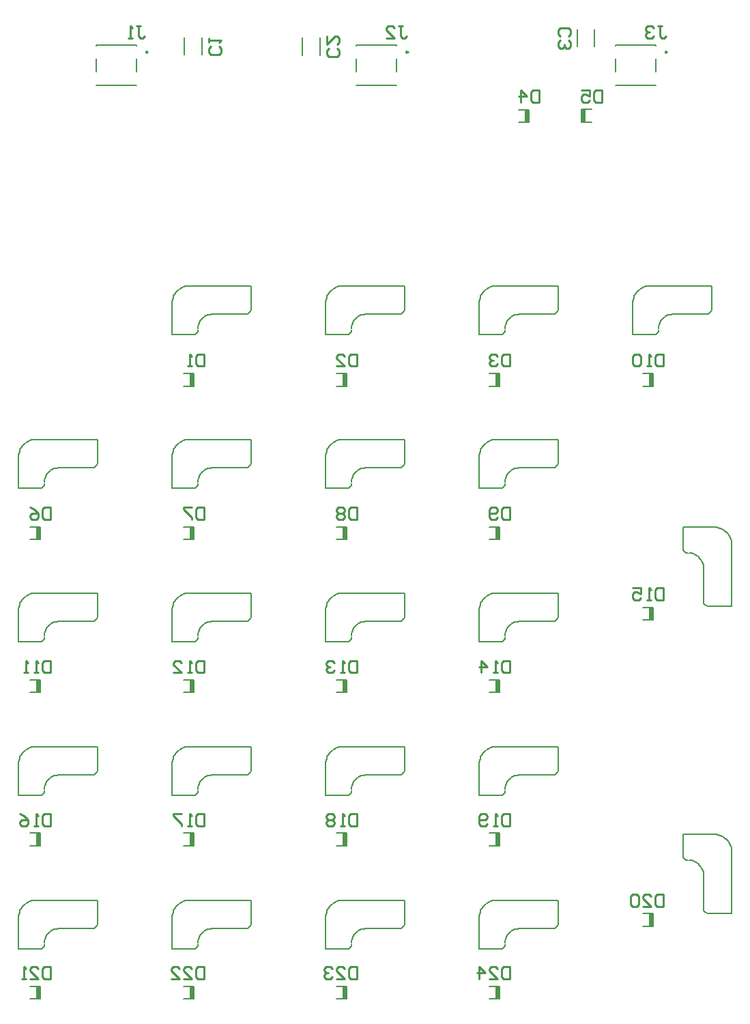
<source format=gbo>
%FSTAX23Y23*%
%MOIN*%
%SFA1B1*%

%IPPOS*%
%ADD10C,0.009840*%
%ADD12C,0.007870*%
%ADD13C,0.010000*%
%ADD51C,0.005910*%
%ADD52R,0.020000X0.062480*%
%LNnumpadpcb-1*%
%LPD*%
G54D10*
X17174Y09513D02*
X17166Y09518D01*
Y09509*
X17174Y09513*
X15903D02*
X15896Y09518D01*
Y09509*
X15903Y09513*
X1844D02*
X18433Y09518D01*
Y09509*
X1844Y09513*
G54D12*
X16745Y09498D02*
Y09584D01*
X1666Y09498D02*
Y09584D01*
X16923Y09417D02*
Y0948D01*
X1712Y09417D02*
Y0948D01*
Y09545D02*
Y09547D01*
X16923Y09545D02*
Y09547D01*
Y0935D02*
Y09352D01*
X1712Y0935D02*
Y09352D01*
X16923Y0935D02*
X1712D01*
X16923Y09547D02*
X1712D01*
X15652Y09417D02*
Y0948D01*
X15849Y09417D02*
Y0948D01*
Y09545D02*
Y09547D01*
X15652Y09545D02*
Y09547D01*
Y0935D02*
Y09352D01*
X15849Y0935D02*
Y09352D01*
X15652Y0935D02*
X15849D01*
X15652Y09547D02*
X15849D01*
X16167Y09499D02*
Y09585D01*
X16082Y09499D02*
Y09585D01*
X18001Y09539D02*
Y09625D01*
X18086Y09539D02*
Y09625D01*
X18189Y09417D02*
Y0948D01*
X18386Y09417D02*
Y0948D01*
Y09545D02*
Y09547D01*
X18189Y09545D02*
Y09547D01*
Y0935D02*
Y09352D01*
X18386Y0935D02*
Y09352D01*
X18189Y0935D02*
X18386D01*
X18189Y09547D02*
X18386D01*
X17623Y0489D02*
Y04951D01*
X17573D02*
X17623D01*
X17573Y0489D02*
X17623D01*
X16825D02*
X16875D01*
X16825Y04951D02*
X16875D01*
Y0489D02*
Y04951D01*
X18321Y07882D02*
X18371D01*
X18321Y07943D02*
X18371D01*
Y07882D02*
Y07943D01*
X15329Y07134D02*
X15379D01*
X15329Y07195D02*
X15379D01*
Y07134D02*
Y07195D01*
X16077Y07882D02*
X16127D01*
X16077Y07943D02*
X16127D01*
Y07882D02*
Y07943D01*
X16077Y0489D02*
X16127D01*
X16077Y04951D02*
X16127D01*
Y0489D02*
Y04951D01*
X15329Y0489D02*
X15379D01*
X15329Y04951D02*
X15379D01*
Y0489D02*
Y04951D01*
X18321Y05245D02*
X18371D01*
X18321Y05306D02*
X18371D01*
Y05245D02*
Y05306D01*
X17573Y05638D02*
X17623D01*
X17573Y05699D02*
X17623D01*
Y05638D02*
Y05699D01*
X16825Y05638D02*
X16875D01*
X16825Y05699D02*
X16875D01*
Y05638D02*
Y05699D01*
X16077Y05638D02*
X16127D01*
X16077Y05699D02*
X16127D01*
Y05638D02*
Y05699D01*
X15329Y05638D02*
X15379D01*
X15329Y05699D02*
X15379D01*
Y05638D02*
Y05699D01*
X18321Y06741D02*
X18371D01*
X18321Y06802D02*
X18371D01*
Y06741D02*
Y06802D01*
X17573Y06386D02*
X17623D01*
X17573Y06447D02*
X17623D01*
Y06386D02*
Y06447D01*
X16825Y06386D02*
X16875D01*
X16825Y06447D02*
X16875D01*
Y06386D02*
Y06447D01*
X16077Y06386D02*
X16127D01*
X16077Y06447D02*
X16127D01*
Y06386D02*
Y06447D01*
X15329Y06386D02*
X15379D01*
X15329Y06447D02*
X15379D01*
Y06386D02*
Y06447D01*
X17573Y07134D02*
X17623D01*
X17573Y07195D02*
X17623D01*
Y07134D02*
Y07195D01*
X16825Y07134D02*
X16875D01*
X16825Y07195D02*
X16875D01*
Y07134D02*
Y07195D01*
X16077Y07134D02*
X16127D01*
X16077Y07195D02*
X16127D01*
Y07134D02*
Y07195D01*
X18021Y09233D02*
X18071D01*
X18021Y09172D02*
X18071D01*
X18021D02*
Y09233D01*
X17714Y09171D02*
X17764D01*
X17714Y09232D02*
X17764D01*
Y09171D02*
Y09232D01*
X17573Y07882D02*
X17623D01*
X17573Y07943D02*
X17623D01*
Y07882D02*
Y07943D01*
X16825Y07882D02*
X16875D01*
X16825Y07943D02*
X16875D01*
Y07882D02*
Y07943D01*
G54D13*
X17917Y09592D02*
X17907Y09602D01*
Y09622*
X17917Y09632*
X17957*
X17967Y09622*
Y09602*
X17957Y09592*
X17917Y09572D02*
X17907Y09562D01*
Y09542*
X17917Y09532*
X17927*
X17937Y09542*
Y09552*
Y09542*
X17947Y09532*
X17957*
X17967Y09542*
Y09562*
X17957Y09572*
X15848Y09642D02*
X15868D01*
X15858*
Y09592*
X15868Y09582*
X15878*
X15888Y09592*
X15828Y09582D02*
X15808D01*
X15818*
Y09642*
X15828Y09632*
X18395Y09642D02*
X18415D01*
X18405*
Y09592*
X18415Y09582*
X18425*
X18435Y09592*
X18375Y09632D02*
X18365Y09642D01*
X18345*
X18335Y09632*
Y09622*
X18345Y09612*
X18355*
X18345*
X18335Y09602*
Y09592*
X18345Y09582*
X18365*
X18375Y09592*
X17129Y09642D02*
X17149D01*
X17139*
Y09592*
X17149Y09582*
X17159*
X17169Y09592*
X17069Y09582D02*
X17109D01*
X17069Y09622*
Y09632*
X17079Y09642*
X17099*
X17109Y09632*
X16251Y09542D02*
X16261Y09532D01*
Y09512*
X16251Y09502*
X16211*
X16201Y09512*
Y09532*
X16211Y09542*
X16201Y09562D02*
Y09582D01*
Y09572*
X16261*
X16251Y09562*
X16829Y09531D02*
X16839Y09521D01*
Y09501*
X16829Y09491*
X16789*
X16779Y09501*
Y09521*
X16789Y09531*
X16779Y09591D02*
Y09551D01*
X16819Y09591*
X16829*
X16839Y09581*
Y09561*
X16829Y09551*
X17673Y05046D02*
Y04987D01*
X17643*
X17633Y04997*
Y05036*
X17643Y05046*
X17673*
X17573Y04987D02*
X17613D01*
X17573Y05026*
Y05036*
X17583Y05046*
X17603*
X17613Y05036*
X17523Y04987D02*
Y05046D01*
X17553Y05016*
X17513*
X16925Y05046D02*
Y04987D01*
X16895*
X16885Y04997*
Y05036*
X16895Y05046*
X16925*
X16825Y04987D02*
X16865D01*
X16825Y05026*
Y05036*
X16835Y05046*
X16855*
X16865Y05036*
X16805D02*
X16795Y05046D01*
X16775*
X16765Y05036*
Y05026*
X16775Y05016*
X16785*
X16775*
X16765Y05006*
Y04997*
X16775Y04987*
X16795*
X16805Y04997*
X18421Y08038D02*
Y07979D01*
X18391*
X18381Y07989*
Y08028*
X18391Y08038*
X18421*
X18361Y07979D02*
X18341D01*
X18351*
Y08038*
X18361Y08028*
X18311D02*
X18301Y08038D01*
X18281*
X18271Y08028*
Y07989*
X18281Y07979*
X18301*
X18311Y07989*
Y08028*
X15429Y0729D02*
Y07231D01*
X15399*
X15389Y07241*
Y0728*
X15399Y0729*
X15429*
X15329D02*
X15349Y0728D01*
X15369Y0726*
Y07241*
X15359Y07231*
X15339*
X15329Y07241*
Y0725*
X15339Y0726*
X15369*
X16177Y08038D02*
Y07979D01*
X16147*
X16137Y07989*
Y08028*
X16147Y08038*
X16177*
X16117Y07979D02*
X16097D01*
X16107*
Y08038*
X16117Y08028*
X16177Y05046D02*
Y04987D01*
X16147*
X16137Y04997*
Y05036*
X16147Y05046*
X16177*
X16077Y04987D02*
X16117D01*
X16077Y05026*
Y05036*
X16087Y05046*
X16107*
X16117Y05036*
X16017Y04987D02*
X16057D01*
X16017Y05026*
Y05036*
X16027Y05046*
X16047*
X16057Y05036*
X15429Y05046D02*
Y04987D01*
X15399*
X15389Y04997*
Y05036*
X15399Y05046*
X15429*
X15329Y04987D02*
X15369D01*
X15329Y05026*
Y05036*
X15339Y05046*
X15359*
X15369Y05036*
X15309Y04987D02*
X15289D01*
X15299*
Y05046*
X15309Y05036*
X18421Y054D02*
Y05341D01*
X18391*
X18381Y05351*
Y0539*
X18391Y054*
X18421*
X18321Y05341D02*
X18361D01*
X18321Y0538*
Y0539*
X18331Y054*
X18351*
X18361Y0539*
X18301D02*
X18291Y054D01*
X18271*
X18261Y0539*
Y05351*
X18271Y05341*
X18291*
X18301Y05351*
Y0539*
X17673Y05794D02*
Y05735D01*
X17643*
X17633Y05745*
Y05784*
X17643Y05794*
X17673*
X17613Y05735D02*
X17593D01*
X17603*
Y05794*
X17613Y05784*
X17563Y05745D02*
X17553Y05735D01*
X17533*
X17523Y05745*
Y05784*
X17533Y05794*
X17553*
X17563Y05784*
Y05774*
X17553Y05764*
X17523*
X16925Y05794D02*
Y05735D01*
X16895*
X16885Y05745*
Y05784*
X16895Y05794*
X16925*
X16865Y05735D02*
X16845D01*
X16855*
Y05794*
X16865Y05784*
X16815D02*
X16805Y05794D01*
X16785*
X16775Y05784*
Y05774*
X16785Y05764*
X16775Y05754*
Y05745*
X16785Y05735*
X16805*
X16815Y05745*
Y05754*
X16805Y05764*
X16815Y05774*
Y05784*
X16805Y05764D02*
X16785D01*
X16177Y05794D02*
Y05735D01*
X16147*
X16137Y05745*
Y05784*
X16147Y05794*
X16177*
X16117Y05735D02*
X16097D01*
X16107*
Y05794*
X16117Y05784*
X16067Y05794D02*
X16027D01*
Y05784*
X16067Y05745*
Y05735*
X15429Y05794D02*
Y05735D01*
X15399*
X15389Y05745*
Y05784*
X15399Y05794*
X15429*
X15369Y05735D02*
X15349D01*
X15359*
Y05794*
X15369Y05784*
X15279Y05794D02*
X15299Y05784D01*
X15319Y05764*
Y05745*
X15309Y05735*
X15289*
X15279Y05745*
Y05754*
X15289Y05764*
X15319*
X18421Y06896D02*
Y06837D01*
X18391*
X18381Y06847*
Y06886*
X18391Y06896*
X18421*
X18361Y06837D02*
X18341D01*
X18351*
Y06896*
X18361Y06886*
X18271Y06896D02*
X18311D01*
Y06866*
X18291Y06876*
X18281*
X18271Y06866*
Y06847*
X18281Y06837*
X18301*
X18311Y06847*
X17673Y06542D02*
Y06483D01*
X17643*
X17633Y06493*
Y06532*
X17643Y06542*
X17673*
X17613Y06483D02*
X17593D01*
X17603*
Y06542*
X17613Y06532*
X17533Y06483D02*
Y06542D01*
X17563Y06512*
X17523*
X16925Y06542D02*
Y06483D01*
X16895*
X16885Y06493*
Y06532*
X16895Y06542*
X16925*
X16865Y06483D02*
X16845D01*
X16855*
Y06542*
X16865Y06532*
X16815D02*
X16805Y06542D01*
X16785*
X16775Y06532*
Y06522*
X16785Y06512*
X16795*
X16785*
X16775Y06502*
Y06493*
X16785Y06483*
X16805*
X16815Y06493*
X16177Y06542D02*
Y06483D01*
X16147*
X16137Y06493*
Y06532*
X16147Y06542*
X16177*
X16117Y06483D02*
X16097D01*
X16107*
Y06542*
X16117Y06532*
X16027Y06483D02*
X16067D01*
X16027Y06522*
Y06532*
X16037Y06542*
X16057*
X16067Y06532*
X15429Y06542D02*
Y06483D01*
X15399*
X15389Y06493*
Y06532*
X15399Y06542*
X15429*
X15369Y06483D02*
X15349D01*
X15359*
Y06542*
X15369Y06532*
X15319Y06483D02*
X15299D01*
X15309*
Y06542*
X15319Y06532*
X17673Y0729D02*
Y07231D01*
X17643*
X17633Y07241*
Y0728*
X17643Y0729*
X17673*
X17613Y07241D02*
X17603Y07231D01*
X17583*
X17573Y07241*
Y0728*
X17583Y0729*
X17603*
X17613Y0728*
Y0727*
X17603Y0726*
X17573*
X16925Y0729D02*
Y07231D01*
X16895*
X16885Y07241*
Y0728*
X16895Y0729*
X16925*
X16865Y0728D02*
X16855Y0729D01*
X16835*
X16825Y0728*
Y0727*
X16835Y0726*
X16825Y0725*
Y07241*
X16835Y07231*
X16855*
X16865Y07241*
Y0725*
X16855Y0726*
X16865Y0727*
Y0728*
X16855Y0726D02*
X16835D01*
X16177Y0729D02*
Y07231D01*
X16147*
X16137Y07241*
Y0728*
X16147Y0729*
X16177*
X16117D02*
X16077D01*
Y0728*
X16117Y07241*
Y07231*
X18121Y09327D02*
Y09268D01*
X18091*
X18081Y09278*
Y09317*
X18091Y09327*
X18121*
X18021D02*
X18061D01*
Y09297*
X18041Y09307*
X18031*
X18021Y09297*
Y09278*
X18031Y09268*
X18051*
X18061Y09278*
X17814Y09326D02*
Y09267D01*
X17784*
X17774Y09277*
Y09316*
X17784Y09326*
X17814*
X17724Y09267D02*
Y09326D01*
X17754Y09296*
X17714*
X17673Y08038D02*
Y07979D01*
X17643*
X17633Y07989*
Y08028*
X17643Y08038*
X17673*
X17613Y08028D02*
X17603Y08038D01*
X17583*
X17573Y08028*
Y08018*
X17583Y08008*
X17593*
X17583*
X17573Y07998*
Y07989*
X17583Y07979*
X17603*
X17613Y07989*
X16925Y08038D02*
Y07979D01*
X16895*
X16885Y07989*
Y08028*
X16895Y08038*
X16925*
X16825Y07979D02*
X16865D01*
X16825Y08018*
Y08028*
X16835Y08038*
X16855*
X16865Y08028*
G54D51*
X1852Y05581D02*
X18524Y05573D01*
X18532Y05568*
X18541Y05567*
X18756Y05606D02*
X18755Y05616D01*
X18754Y05626*
X18751Y05635*
X18747Y05644*
X18743Y05653*
X18737Y0566*
X18731Y05668*
X18723Y05674*
X18715Y0568*
X18707Y05685*
X18698Y05688*
X18689Y05691*
X18679Y05693*
X18669Y05693*
X18618Y05331D02*
X1862Y05322D01*
X18624Y05315*
X18631Y05309*
X1864Y05307*
X18618Y05488D02*
X18618Y05498D01*
X18617Y05508*
X18614Y05517*
X1861Y05526*
X18605Y05535*
X18599Y05542*
X18592Y05549*
X18584Y05555*
X18576Y0556*
X18567Y05564*
X18557Y05566*
X18547Y05567*
X17634Y05135D02*
X17642Y0514D01*
X17647Y05148*
X17648Y05157*
X17608Y05372D02*
X17599Y05371D01*
X17589Y05369*
X1758Y05367*
X17571Y05363*
X17562Y05358*
X17554Y05353*
X17547Y05346*
X17541Y05339*
X17535Y05331*
X1753Y05323*
X17527Y05314*
X17524Y05304*
X17522Y05295*
X17522Y05285*
X17884Y05234D02*
X17893Y05235D01*
X179Y0524*
X17905Y05247*
X17908Y05255*
X17726Y05234D02*
X17717Y05234D01*
X17707Y05232*
X17698Y0523*
X17689Y05226*
X1768Y05221*
X17672Y05215*
X17666Y05208*
X1766Y052*
X17655Y05191*
X17651Y05182*
X17649Y05173*
X17648Y05163*
X16884Y05135D02*
X16892Y0514D01*
X16897Y05148*
X16898Y05157*
X16858Y05372D02*
X16849Y05371D01*
X16839Y05369*
X1683Y05367*
X16821Y05363*
X16812Y05358*
X16804Y05353*
X16797Y05346*
X16791Y05339*
X16785Y05331*
X1678Y05323*
X16777Y05314*
X16774Y05304*
X16772Y05295*
X16772Y05285*
X17134Y05234D02*
X17143Y05235D01*
X1715Y0524*
X17155Y05247*
X17158Y05255*
X16976Y05234D02*
X16967Y05234D01*
X16957Y05232*
X16948Y0523*
X16939Y05226*
X1693Y05221*
X16922Y05215*
X16916Y05208*
X1691Y052*
X16905Y05191*
X16901Y05182*
X16899Y05173*
X16898Y05163*
X16134Y05135D02*
X16142Y0514D01*
X16147Y05148*
X16148Y05157*
X16108Y05372D02*
X16099Y05371D01*
X16089Y05369*
X1608Y05367*
X16071Y05363*
X16062Y05358*
X16054Y05353*
X16047Y05346*
X16041Y05339*
X16035Y05331*
X1603Y05323*
X16027Y05314*
X16024Y05304*
X16022Y05295*
X16022Y05285*
X16384Y05234D02*
X16393Y05235D01*
X164Y0524*
X16405Y05247*
X16408Y05255*
X16226Y05234D02*
X16217Y05234D01*
X16207Y05232*
X16198Y0523*
X16189Y05226*
X1618Y05221*
X16172Y05215*
X16166Y05208*
X1616Y052*
X16155Y05191*
X16151Y05182*
X16149Y05173*
X16148Y05163*
X15384Y05135D02*
X15392Y0514D01*
X15397Y05148*
X15398Y05157*
X15358Y05372D02*
X15349Y05371D01*
X15339Y05369*
X1533Y05367*
X15321Y05363*
X15312Y05358*
X15304Y05353*
X15297Y05346*
X15291Y05339*
X15285Y05331*
X1528Y05323*
X15277Y05314*
X15274Y05304*
X15272Y05295*
X15272Y05285*
X15634Y05234D02*
X15643Y05235D01*
X1565Y0524*
X15655Y05247*
X15658Y05255*
X15476Y05234D02*
X15467Y05234D01*
X15457Y05232*
X15448Y0523*
X15439Y05226*
X1543Y05221*
X15422Y05215*
X15416Y05208*
X1541Y052*
X15405Y05191*
X15401Y05182*
X15399Y05173*
X15398Y05163*
X15384Y05885D02*
X15392Y0589D01*
X15397Y05898*
X15398Y05907*
X15358Y06122D02*
X15349Y06121D01*
X15339Y06119*
X1533Y06117*
X15321Y06113*
X15312Y06108*
X15304Y06103*
X15297Y06096*
X15291Y06089*
X15285Y06081*
X1528Y06073*
X15277Y06064*
X15274Y06054*
X15272Y06045*
X15272Y06035*
X15634Y05984D02*
X15643Y05985D01*
X1565Y0599*
X15655Y05997*
X15658Y06005*
X15476Y05984D02*
X15467Y05984D01*
X15457Y05982*
X15448Y0598*
X15439Y05976*
X1543Y05971*
X15422Y05965*
X15416Y05958*
X1541Y0595*
X15405Y05941*
X15401Y05932*
X15399Y05923*
X15398Y05913*
X16134Y05885D02*
X16142Y0589D01*
X16147Y05898*
X16148Y05907*
X16108Y06122D02*
X16099Y06121D01*
X16089Y06119*
X1608Y06117*
X16071Y06113*
X16062Y06108*
X16054Y06103*
X16047Y06096*
X16041Y06089*
X16035Y06081*
X1603Y06073*
X16027Y06064*
X16024Y06054*
X16022Y06045*
X16022Y06035*
X16384Y05984D02*
X16393Y05985D01*
X164Y0599*
X16405Y05997*
X16408Y06005*
X16226Y05984D02*
X16217Y05984D01*
X16207Y05982*
X16198Y0598*
X16189Y05976*
X1618Y05971*
X16172Y05965*
X16166Y05958*
X1616Y0595*
X16155Y05941*
X16151Y05932*
X16149Y05923*
X16148Y05913*
X16884Y05885D02*
X16892Y0589D01*
X16897Y05898*
X16898Y05907*
X16858Y06122D02*
X16849Y06121D01*
X16839Y06119*
X1683Y06117*
X16821Y06113*
X16812Y06108*
X16804Y06103*
X16797Y06096*
X16791Y06089*
X16785Y06081*
X1678Y06073*
X16777Y06064*
X16774Y06054*
X16772Y06045*
X16772Y06035*
X17134Y05984D02*
X17143Y05985D01*
X1715Y0599*
X17155Y05997*
X17158Y06005*
X16976Y05984D02*
X16967Y05984D01*
X16957Y05982*
X16948Y0598*
X16939Y05976*
X1693Y05971*
X16922Y05965*
X16916Y05958*
X1691Y0595*
X16905Y05941*
X16901Y05932*
X16899Y05923*
X16898Y05913*
X17634Y05885D02*
X17642Y0589D01*
X17647Y05898*
X17648Y05907*
X17608Y06122D02*
X17599Y06121D01*
X17589Y06119*
X1758Y06117*
X17571Y06113*
X17562Y06108*
X17554Y06103*
X17547Y06096*
X17541Y06089*
X17535Y06081*
X1753Y06073*
X17527Y06064*
X17524Y06054*
X17522Y06045*
X17522Y06035*
X17884Y05984D02*
X17893Y05985D01*
X179Y0599*
X17905Y05997*
X17908Y06005*
X17726Y05984D02*
X17717Y05984D01*
X17707Y05982*
X17698Y0598*
X17689Y05976*
X1768Y05971*
X17672Y05965*
X17666Y05958*
X1766Y0595*
X17655Y05941*
X17651Y05932*
X17649Y05923*
X17648Y05913*
X17634Y06635D02*
X17642Y0664D01*
X17647Y06648*
X17648Y06657*
X17608Y06872D02*
X17599Y06871D01*
X17589Y06869*
X1758Y06867*
X17571Y06863*
X17562Y06858*
X17554Y06853*
X17547Y06846*
X17541Y06839*
X17535Y06831*
X1753Y06823*
X17527Y06814*
X17524Y06804*
X17522Y06795*
X17522Y06785*
X17884Y06734D02*
X17893Y06735D01*
X179Y0674*
X17905Y06747*
X17908Y06755*
X17726Y06734D02*
X17717Y06734D01*
X17707Y06732*
X17698Y0673*
X17689Y06726*
X1768Y06721*
X17672Y06715*
X17666Y06708*
X1766Y067*
X17655Y06691*
X17651Y06682*
X17649Y06673*
X17648Y06663*
X16884Y06635D02*
X16892Y0664D01*
X16897Y06648*
X16898Y06657*
X16858Y06872D02*
X16849Y06871D01*
X16839Y06869*
X1683Y06867*
X16821Y06863*
X16812Y06858*
X16804Y06853*
X16797Y06846*
X16791Y06839*
X16785Y06831*
X1678Y06823*
X16777Y06814*
X16774Y06804*
X16772Y06795*
X16772Y06785*
X17134Y06734D02*
X17143Y06735D01*
X1715Y0674*
X17155Y06747*
X17158Y06755*
X16976Y06734D02*
X16967Y06734D01*
X16957Y06732*
X16948Y0673*
X16939Y06726*
X1693Y06721*
X16922Y06715*
X16916Y06708*
X1691Y067*
X16905Y06691*
X16901Y06682*
X16899Y06673*
X16898Y06663*
X16134Y06635D02*
X16142Y0664D01*
X16147Y06648*
X16148Y06657*
X16108Y06872D02*
X16099Y06871D01*
X16089Y06869*
X1608Y06867*
X16071Y06863*
X16062Y06858*
X16054Y06853*
X16047Y06846*
X16041Y06839*
X16035Y06831*
X1603Y06823*
X16027Y06814*
X16024Y06804*
X16022Y06795*
X16022Y06785*
X16384Y06734D02*
X16393Y06735D01*
X164Y0674*
X16405Y06747*
X16408Y06755*
X16226Y06734D02*
X16217Y06734D01*
X16207Y06732*
X16198Y0673*
X16189Y06726*
X1618Y06721*
X16172Y06715*
X16166Y06708*
X1616Y067*
X16155Y06691*
X16151Y06682*
X16149Y06673*
X16148Y06663*
X15384Y06635D02*
X15392Y0664D01*
X15397Y06648*
X15398Y06657*
X15358Y06872D02*
X15349Y06871D01*
X15339Y06869*
X1533Y06867*
X15321Y06863*
X15312Y06858*
X15304Y06853*
X15297Y06846*
X15291Y06839*
X15285Y06831*
X1528Y06823*
X15277Y06814*
X15274Y06804*
X15272Y06795*
X15272Y06785*
X15634Y06734D02*
X15643Y06735D01*
X1565Y0674*
X15655Y06747*
X15658Y06755*
X15476Y06734D02*
X15467Y06734D01*
X15457Y06732*
X15448Y0673*
X15439Y06726*
X1543Y06721*
X15422Y06715*
X15416Y06708*
X1541Y067*
X15405Y06691*
X15401Y06682*
X15399Y06673*
X15398Y06663*
X15476Y07484D02*
X15467Y07484D01*
X15457Y07482*
X15448Y0748*
X15439Y07476*
X1543Y07471*
X15422Y07465*
X15416Y07458*
X1541Y0745*
X15405Y07441*
X15401Y07432*
X15399Y07423*
X15398Y07413*
X15634Y07484D02*
X15643Y07485D01*
X1565Y0749*
X15655Y07497*
X15658Y07505*
X15358Y07622D02*
X15349Y07621D01*
X15339Y07619*
X1533Y07617*
X15321Y07613*
X15312Y07608*
X15304Y07603*
X15297Y07596*
X15291Y07589*
X15285Y07581*
X1528Y07573*
X15277Y07564*
X15274Y07554*
X15272Y07545*
X15272Y07535*
X15384Y07385D02*
X15392Y0739D01*
X15397Y07398*
X15398Y07407*
X16134Y07385D02*
X16142Y0739D01*
X16147Y07398*
X16148Y07407*
X16108Y07622D02*
X16099Y07621D01*
X16089Y07619*
X1608Y07617*
X16071Y07613*
X16062Y07608*
X16054Y07603*
X16047Y07596*
X16041Y07589*
X16035Y07581*
X1603Y07573*
X16027Y07564*
X16024Y07554*
X16022Y07545*
X16022Y07535*
X16384Y07484D02*
X16393Y07485D01*
X164Y0749*
X16405Y07497*
X16408Y07505*
X16226Y07484D02*
X16217Y07484D01*
X16207Y07482*
X16198Y0748*
X16189Y07476*
X1618Y07471*
X16172Y07465*
X16166Y07458*
X1616Y0745*
X16155Y07441*
X16151Y07432*
X16149Y07423*
X16148Y07413*
X16884Y07385D02*
X16892Y0739D01*
X16897Y07398*
X16898Y07407*
X16858Y07622D02*
X16849Y07621D01*
X16839Y07619*
X1683Y07617*
X16821Y07613*
X16812Y07608*
X16804Y07603*
X16797Y07596*
X16791Y07589*
X16785Y07581*
X1678Y07573*
X16777Y07564*
X16774Y07554*
X16772Y07545*
X16772Y07535*
X17134Y07484D02*
X17143Y07485D01*
X1715Y0749*
X17155Y07497*
X17158Y07505*
X16976Y07484D02*
X16967Y07484D01*
X16957Y07482*
X16948Y0748*
X16939Y07476*
X1693Y07471*
X16922Y07465*
X16916Y07458*
X1691Y0745*
X16905Y07441*
X16901Y07432*
X16899Y07423*
X16898Y07413*
X17634Y07385D02*
X17642Y0739D01*
X17647Y07398*
X17648Y07407*
X17608Y07622D02*
X17599Y07621D01*
X17589Y07619*
X1758Y07617*
X17571Y07613*
X17562Y07608*
X17554Y07603*
X17547Y07596*
X17541Y07589*
X17535Y07581*
X1753Y07573*
X17527Y07564*
X17524Y07554*
X17522Y07545*
X17522Y07535*
X17884Y07484D02*
X17893Y07485D01*
X179Y0749*
X17905Y07497*
X17908Y07505*
X17726Y07484D02*
X17717Y07484D01*
X17707Y07482*
X17698Y0748*
X17689Y07476*
X1768Y07471*
X17672Y07465*
X17666Y07458*
X1766Y0745*
X17655Y07441*
X17651Y07432*
X17649Y07423*
X17648Y07413*
X1852Y07081D02*
X18524Y07073D01*
X18532Y07068*
X18541Y07067*
X18756Y07106D02*
X18755Y07116D01*
X18754Y07126*
X18751Y07135*
X18747Y07144*
X18743Y07153*
X18737Y0716*
X18731Y07168*
X18723Y07174*
X18715Y0718*
X18707Y07185*
X18698Y07188*
X18689Y07191*
X18679Y07193*
X18669Y07193*
X18618Y06831D02*
X1862Y06822D01*
X18624Y06815*
X18631Y06809*
X1864Y06807*
X18618Y06988D02*
X18618Y06998D01*
X18617Y07008*
X18614Y07017*
X1861Y07026*
X18605Y07035*
X18599Y07042*
X18592Y07049*
X18584Y07055*
X18576Y0706*
X18567Y07064*
X18557Y07066*
X18547Y07067*
X18476Y08234D02*
X18467Y08234D01*
X18457Y08232*
X18448Y0823*
X18439Y08226*
X1843Y08221*
X18422Y08215*
X18416Y08208*
X1841Y082*
X18405Y08191*
X18401Y08182*
X18399Y08173*
X18398Y08163*
X18634Y08234D02*
X18643Y08235D01*
X1865Y0824*
X18655Y08247*
X18658Y08255*
X18358Y08372D02*
X18349Y08371D01*
X18339Y08369*
X1833Y08367*
X18321Y08363*
X18312Y08358*
X18304Y08353*
X18297Y08346*
X18291Y08339*
X18285Y08331*
X1828Y08323*
X18277Y08314*
X18274Y08304*
X18272Y08295*
X18272Y08285*
X18384Y08135D02*
X18392Y0814D01*
X18397Y08148*
X18398Y08157*
X17726Y08234D02*
X17717Y08234D01*
X17707Y08232*
X17698Y0823*
X17689Y08226*
X1768Y08221*
X17672Y08215*
X17666Y08208*
X1766Y082*
X17655Y08191*
X17651Y08182*
X17649Y08173*
X17648Y08163*
X17884Y08234D02*
X17893Y08235D01*
X179Y0824*
X17905Y08247*
X17908Y08255*
X17608Y08372D02*
X17599Y08371D01*
X17589Y08369*
X1758Y08367*
X17571Y08363*
X17562Y08358*
X17554Y08353*
X17547Y08346*
X17541Y08339*
X17535Y08331*
X1753Y08323*
X17527Y08314*
X17524Y08304*
X17522Y08295*
X17522Y08285*
X17634Y08135D02*
X17642Y0814D01*
X17647Y08148*
X17648Y08157*
X16976Y08234D02*
X16967Y08234D01*
X16957Y08232*
X16948Y0823*
X16939Y08226*
X1693Y08221*
X16922Y08215*
X16916Y08208*
X1691Y082*
X16905Y08191*
X16901Y08182*
X16899Y08173*
X16898Y08163*
X17134Y08234D02*
X17143Y08235D01*
X1715Y0824*
X17155Y08247*
X17158Y08255*
X16858Y08372D02*
X16849Y08371D01*
X16839Y08369*
X1683Y08367*
X16821Y08363*
X16812Y08358*
X16804Y08353*
X16797Y08346*
X16791Y08339*
X16785Y08331*
X1678Y08323*
X16777Y08314*
X16774Y08304*
X16772Y08295*
X16772Y08285*
X16884Y08135D02*
X16892Y0814D01*
X16897Y08148*
X16898Y08157*
X16226Y08234D02*
X16217Y08234D01*
X16207Y08232*
X16198Y0823*
X16189Y08226*
X1618Y08221*
X16172Y08215*
X16166Y08208*
X1616Y082*
X16155Y08191*
X16151Y08182*
X16149Y08173*
X16148Y08163*
X16384Y08234D02*
X16393Y08235D01*
X164Y0824*
X16405Y08247*
X16408Y08255*
X16108Y08372D02*
X16099Y08371D01*
X16089Y08369*
X1608Y08367*
X16071Y08363*
X16062Y08358*
X16054Y08353*
X16047Y08346*
X16041Y08339*
X16035Y08331*
X1603Y08323*
X16027Y08314*
X16024Y08304*
X16022Y08295*
X16022Y08285*
X16134Y08135D02*
X16142Y0814D01*
X16147Y08148*
X16148Y08157*
X1852Y05581D02*
Y05693D01*
X18669*
X18756Y05307D02*
Y05606D01*
X1864Y05307D02*
X18756D01*
X18618Y05331D02*
Y05488D01*
X17522Y05135D02*
X17634D01*
X17522D02*
Y05285D01*
X17608Y05372D02*
X17908D01*
Y05255D02*
Y05372D01*
X17726Y05234D02*
X17884D01*
X16772Y05135D02*
X16884D01*
X16772D02*
Y05285D01*
X16858Y05372D02*
X17158D01*
Y05255D02*
Y05372D01*
X16976Y05234D02*
X17134D01*
X16022Y05135D02*
X16134D01*
X16022D02*
Y05285D01*
X16108Y05372D02*
X16408D01*
Y05255D02*
Y05372D01*
X16226Y05234D02*
X16384D01*
X15272Y05135D02*
X15384D01*
X15272D02*
Y05285D01*
X15358Y05372D02*
X15658D01*
Y05255D02*
Y05372D01*
X15476Y05234D02*
X15634D01*
X15272Y05885D02*
X15384D01*
X15272D02*
Y06035D01*
X15358Y06122D02*
X15658D01*
Y06005D02*
Y06122D01*
X15476Y05984D02*
X15634D01*
X16022Y05885D02*
X16134D01*
X16022D02*
Y06035D01*
X16108Y06122D02*
X16408D01*
Y06005D02*
Y06122D01*
X16226Y05984D02*
X16384D01*
X16772Y05885D02*
X16884D01*
X16772D02*
Y06035D01*
X16858Y06122D02*
X17158D01*
Y06005D02*
Y06122D01*
X16976Y05984D02*
X17134D01*
X17522Y05885D02*
X17634D01*
X17522D02*
Y06035D01*
X17608Y06122D02*
X17908D01*
Y06005D02*
Y06122D01*
X17726Y05984D02*
X17884D01*
X17522Y06635D02*
X17634D01*
X17522D02*
Y06785D01*
X17608Y06872D02*
X17908D01*
Y06755D02*
Y06872D01*
X17726Y06734D02*
X17884D01*
X16772Y06635D02*
X16884D01*
X16772D02*
Y06785D01*
X16858Y06872D02*
X17158D01*
Y06755D02*
Y06872D01*
X16976Y06734D02*
X17134D01*
X16022Y06635D02*
X16134D01*
X16022D02*
Y06785D01*
X16108Y06872D02*
X16408D01*
Y06755D02*
Y06872D01*
X16226Y06734D02*
X16384D01*
X15272Y06635D02*
X15384D01*
X15272D02*
Y06785D01*
X15358Y06872D02*
X15658D01*
Y06755D02*
Y06872D01*
X15476Y06734D02*
X15634D01*
X15476Y07484D02*
X15634D01*
X15658Y07505D02*
Y07622D01*
X15358D02*
X15658D01*
X15272Y07385D02*
Y07535D01*
Y07385D02*
X15384D01*
X16022D02*
X16134D01*
X16022D02*
Y07535D01*
X16108Y07622D02*
X16408D01*
Y07505D02*
Y07622D01*
X16226Y07484D02*
X16384D01*
X16772Y07385D02*
X16884D01*
X16772D02*
Y07535D01*
X16858Y07622D02*
X17158D01*
Y07505D02*
Y07622D01*
X16976Y07484D02*
X17134D01*
X17522Y07385D02*
X17634D01*
X17522D02*
Y07535D01*
X17608Y07622D02*
X17908D01*
Y07505D02*
Y07622D01*
X17726Y07484D02*
X17884D01*
X1852Y07081D02*
Y07193D01*
X18669*
X18756Y06807D02*
Y07106D01*
X1864Y06807D02*
X18756D01*
X18618Y06831D02*
Y06988D01*
X18476Y08234D02*
X18634D01*
X18658Y08255D02*
Y08372D01*
X18358D02*
X18658D01*
X18272Y08135D02*
Y08285D01*
Y08135D02*
X18384D01*
X17726Y08234D02*
X17884D01*
X17908Y08255D02*
Y08372D01*
X17608D02*
X17908D01*
X17522Y08135D02*
Y08285D01*
Y08135D02*
X17634D01*
X16976Y08234D02*
X17134D01*
X17158Y08255D02*
Y08372D01*
X16858D02*
X17158D01*
X16772Y08135D02*
Y08285D01*
Y08135D02*
X16884D01*
X16226Y08234D02*
X16384D01*
X16408Y08255D02*
Y08372D01*
X16108D02*
X16408D01*
X16022Y08135D02*
Y08285D01*
Y08135D02*
X16134D01*
G54D52*
X17613Y04922D03*
X16865D03*
X18361Y07914D03*
X15369Y07166D03*
X16117Y07914D03*
X16117Y04922D03*
X15369D03*
X18361Y05276D03*
X17613Y0567D03*
X16865D03*
X16117D03*
X15369D03*
X18361Y06772D03*
X17613Y06418D03*
X16865D03*
X16117D03*
X15369D03*
X17613Y07166D03*
X16865D03*
X16117D03*
X18031Y09201D03*
X17754Y09203D03*
X17613Y07914D03*
X16865Y07914D03*
M02*
</source>
